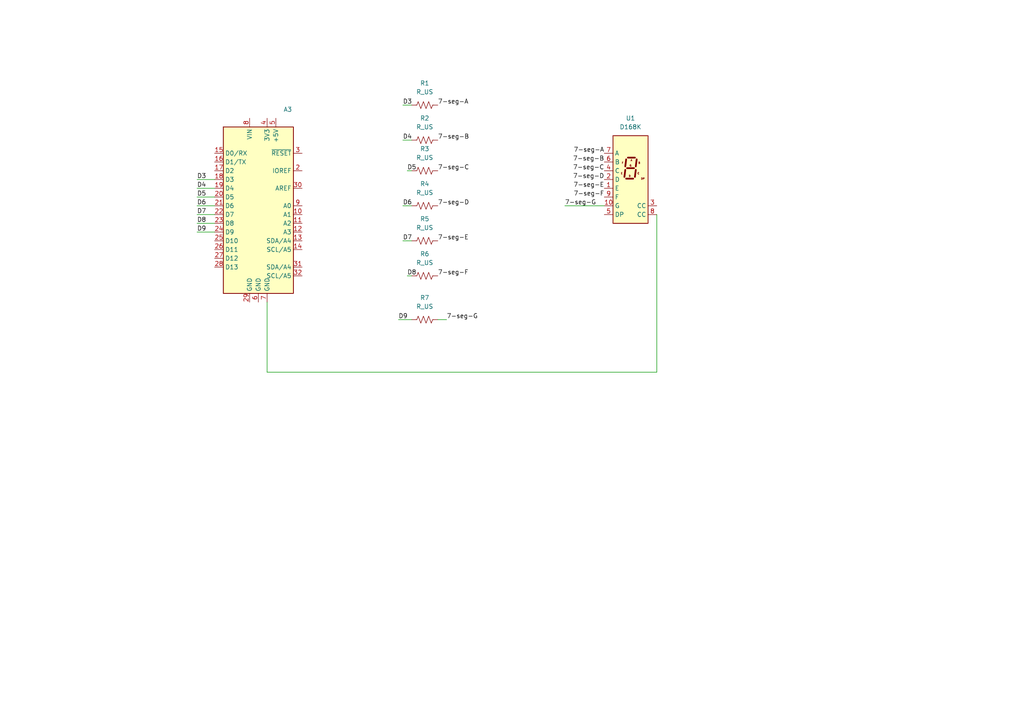
<source format=kicad_sch>
(kicad_sch (version 20231120) (generator "eeschema") (generator_version "8.0")
  (paper "A4")
  (lib_symbols
    (symbol "Device:R_US" (pin_numbers hide) (pin_names (offset 0))
      (property "Reference" "R" (at 2.54 0 90))
      (property "Value" "R_US" (at -2.54 0 90))
      (symbol "R_US_0_1"
        (polyline (pts (xy 0 -2.286) (xy 0 -2.54)))
        (polyline (pts (xy 0 2.286) (xy 0 2.54)))
        (polyline (pts (xy 0 -0.762) (xy 1.016 -1.143) (xy 0 -1.524) (xy -1.016 -1.905) (xy 0 -2.286)))
        (polyline (pts (xy 0 0.762) (xy 1.016 0.381) (xy 0 0) (xy -1.016 -0.381) (xy 0 -0.762)))
        (polyline (pts (xy 0 2.286) (xy 1.016 1.905) (xy 0 1.524) (xy -1.016 1.143) (xy 0 0.762)))
      )
      (symbol "R_US_1_1"
        (pin passive line (at 0 3.81 270) (length 1.27) (name "~") (number "1"))
        (pin passive line (at 0 -3.81 90) (length 1.27) (name "~") (number "2"))
      )
    )
    (symbol "Display_Character:D168K"
      (property "Reference" "U" (at -2.54 13.97 0))
      (property "Value" "D168K" (at 1.27 13.97 0))
      (symbol "D168K_0_0"
        (text "A" (at 0.254 5.588 0) (effects (font (size 0.508 0.508))))
        (text "B" (at 2.54 4.826 0) (effects (font (size 0.508 0.508))))
        (text "C" (at 2.286 1.778 0) (effects (font (size 0.508 0.508))))
        (text "D" (at -0.254 1.016 0) (effects (font (size 0.508 0.508))))
        (text "DP" (at 3.556 0.254 0) (effects (font (size 0.508 0.508))))
        (text "E" (at -2.54 1.778 0) (effects (font (size 0.508 0.508))))
        (text "F" (at -2.286 4.826 0) (effects (font (size 0.508 0.508))))
        (text "G" (at 0 4.064 0) (effects (font (size 0.508 0.508))))
      )
      (symbol "D168K_0_1"
        (rectangle (start -5.08 12.7) (end 5.08 -12.7) (stroke (width 0.254)) (fill (type background)))
        (polyline (pts (xy -1.524 2.794) (xy -1.778 0.762)) (stroke (width 0.508)))
        (polyline (pts (xy -1.27 0.254) (xy 0.762 0.254)) (stroke (width 0.508)))
        (polyline (pts (xy -1.27 5.842) (xy -1.524 3.81)) (stroke (width 0.508)))
        (polyline (pts (xy -1.016 3.302) (xy 1.016 3.302)) (stroke (width 0.508)))
        (polyline (pts (xy -0.762 6.35) (xy 1.27 6.35)) (stroke (width 0.508)))
        (polyline (pts (xy 1.524 2.794) (xy 1.27 0.762)) (stroke (width 0.508)))
        (polyline (pts (xy 1.778 5.842) (xy 1.524 3.81)) (stroke (width 0.508)))
        (polyline (pts (xy 2.54 0.254) (xy 2.54 0.254)) (stroke (width 0.508)))
      )
      (symbol "D168K_1_1"
        (pin input line (at -7.62 -2.54 0) (length 2.54) (name "E") (number "1"))
        (pin input line (at -7.62 -7.62 0) (length 2.54) (name "G") (number "10"))
        (pin input line (at -7.62 0 0) (length 2.54) (name "D") (number "2"))
        (pin input line (at 7.62 -7.62 180) (length 2.54) (name "CC") (number "3"))
        (pin input line (at -7.62 2.54 0) (length 2.54) (name "C") (number "4"))
        (pin input line (at -7.62 -10.16 0) (length 2.54) (name "DP") (number "5"))
        (pin input line (at -7.62 5.08 0) (length 2.54) (name "B") (number "6"))
        (pin input line (at -7.62 7.62 0) (length 2.54) (name "A") (number "7"))
        (pin input line (at 7.62 -10.16 180) (length 2.54) (name "CC") (number "8"))
        (pin input line (at -7.62 -5.08 0) (length 2.54) (name "F") (number "9"))
      )
    )
    (symbol "MCU_Module:Arduino_UNO_R3"
      (property "Reference" "A" (at -10.16 23.495 0))
      (property "Value" "Arduino_UNO_R3" (at 5.08 -26.67 0))
      (symbol "Arduino_UNO_R3_0_1"
        (rectangle (start -10.16 22.86) (end 10.16 -25.4) (stroke (width 0.254)) (fill (type background)))
      )
      (symbol "Arduino_UNO_R3_1_1"
        (pin no_connect line (at -10.16 -20.32 0) (length 2.54) hide (name "NC") (number "1"))
        (pin bidirectional line (at 12.7 -2.54 180) (length 2.54) (name "A1") (number "10"))
        (pin bidirectional line (at 12.7 -5.08 180) (length 2.54) (name "A2") (number "11"))
        (pin bidirectional line (at 12.7 -7.62 180) (length 2.54) (name "A3") (number "12"))
        (pin bidirectional line (at 12.7 -10.16 180) (length 2.54) (name "SDA/A4") (number "13"))
        (pin bidirectional line (at 12.7 -12.7 180) (length 2.54) (name "SCL/A5") (number "14"))
        (pin bidirectional line (at -12.7 15.24 0) (length 2.54) (name "D0/RX") (number "15"))
        (pin bidirectional line (at -12.7 12.7 0) (length 2.54) (name "D1/TX") (number "16"))
        (pin bidirectional line (at -12.7 10.16 0) (length 2.54) (name "D2") (number "17"))
        (pin bidirectional line (at -12.7 7.62 0) (length 2.54) (name "D3") (number "18"))
        (pin bidirectional line (at -12.7 5.08 0) (length 2.54) (name "D4") (number "19"))
        (pin output line (at 12.7 10.16 180) (length 2.54) (name "IOREF") (number "2"))
        (pin bidirectional line (at -12.7 2.54 0) (length 2.54) (name "D5") (number "20"))
        (pin bidirectional line (at -12.7 0 0) (length 2.54) (name "D6") (number "21"))
        (pin bidirectional line (at -12.7 -2.54 0) (length 2.54) (name "D7") (number "22"))
        (pin bidirectional line (at -12.7 -5.08 0) (length 2.54) (name "D8") (number "23"))
        (pin bidirectional line (at -12.7 -7.62 0) (length 2.54) (name "D9") (number "24"))
        (pin bidirectional line (at -12.7 -10.16 0) (length 2.54) (name "D10") (number "25"))
        (pin bidirectional line (at -12.7 -12.7 0) (length 2.54) (name "D11") (number "26"))
        (pin bidirectional line (at -12.7 -15.24 0) (length 2.54) (name "D12") (number "27"))
        (pin bidirectional line (at -12.7 -17.78 0) (length 2.54) (name "D13") (number "28"))
        (pin power_in line (at -2.54 -27.94 90) (length 2.54) (name "GND") (number "29"))
        (pin input line (at 12.7 15.24 180) (length 2.54) (name "~{RESET}") (number "3"))
        (pin input line (at 12.7 5.08 180) (length 2.54) (name "AREF") (number "30"))
        (pin bidirectional line (at 12.7 -17.78 180) (length 2.54) (name "SDA/A4") (number "31"))
        (pin bidirectional line (at 12.7 -20.32 180) (length 2.54) (name "SCL/A5") (number "32"))
        (pin power_out line (at 2.54 25.4 270) (length 2.54) (name "3V3") (number "4"))
        (pin power_out line (at 5.08 25.4 270) (length 2.54) (name "+5V") (number "5"))
        (pin power_in line (at 0 -27.94 90) (length 2.54) (name "GND") (number "6"))
        (pin power_in line (at 2.54 -27.94 90) (length 2.54) (name "GND") (number "7"))
        (pin power_in line (at -2.54 25.4 270) (length 2.54) (name "VIN") (number "8"))
        (pin bidirectional line (at 12.7 0 180) (length 2.54) (name "A0") (number "9"))
      )
    )
  )
  (wire (pts (xy 190.5 62.23) (xy 190.5 107.95)))
  (wire (pts (xy 57.15 52.07) (xy 62.23 52.07)))
  (wire (pts (xy 57.15 57.15) (xy 62.23 57.15)))
  (wire (pts (xy 163.83 59.69) (xy 175.26 59.69)))
  (wire (pts (xy 57.15 59.69) (xy 62.23 59.69)))
  (wire (pts (xy 190.5 107.95) (xy 77.47 107.95)))
  (wire (pts (xy 127 92.71) (xy 129.54 92.71)))
  (wire (pts (xy 116.84 30.48) (xy 119.38 30.48)))
  (wire (pts (xy 115.57 92.71) (xy 119.38 92.71)))
  (wire (pts (xy 57.15 62.23) (xy 62.23 62.23)))
  (wire (pts (xy 77.47 107.95) (xy 77.47 87.63)))
  (wire (pts (xy 116.84 69.85) (xy 119.38 69.85)))
  (wire (pts (xy 57.15 64.77) (xy 62.23 64.77)))
  (wire (pts (xy 118.11 80.01) (xy 119.38 80.01)))
  (wire (pts (xy 116.84 59.69) (xy 119.38 59.69)))
  (wire (pts (xy 118.11 49.53) (xy 119.38 49.53)))
  (wire (pts (xy 116.84 40.64) (xy 119.38 40.64)))
  (wire (pts (xy 57.15 67.31) (xy 62.23 67.31)))
  (wire (pts (xy 57.15 54.61) (xy 62.23 54.61)))
  (label "D3" (at 116.84 30.48 0))
  (label "7-seg-E" (at 127 69.85 0))
  (label "D4" (at 116.84 40.64 0))
  (label "7-seg-A" (at 175.26 44.45 180))
  (label "7-seg-D" (at 175.26 52.07 180))
  (label "D7" (at 57.15 62.23 0))
  (label "D9" (at 115.57 92.71 0))
  (label "7-seg-B" (at 127 40.64 0))
  (label "D8" (at 118.11 80.01 0))
  (label "D6" (at 116.84 59.69 0))
  (label "7-seg-C" (at 127 49.53 0))
  (label "7-seg-C" (at 175.26 49.53 180))
  (label "7-seg-G" (at 163.83 59.69 0))
  (label "7-seg-F" (at 127 80.01 0))
  (label "D8" (at 57.15 64.77 0))
  (label "D3" (at 57.15 52.07 0))
  (label "7-seg-A" (at 127 30.48 0))
  (label "7-seg-E" (at 175.26 54.61 180))
  (label "7-seg-F" (at 175.26 57.15 180))
  (label "7-seg-B" (at 175.26 46.99 180))
  (label "7-seg-G" (at 129.54 92.71 0))
  (label "D7" (at 116.84 69.85 0))
  (label "D9" (at 57.15 67.31 0))
  (label "D5" (at 118.11 49.53 0))
  (label "D6" (at 57.15 59.69 0))
  (label "D5" (at 57.15 57.15 0))
  (label "7-seg-D" (at 127 59.69 0))
  (label "D4" (at 57.15 54.61 0))
  (symbol (lib_id "Device:R_US") (at 123.19 49.53 90) (unit 1)
    (property "Reference" "R3" (at 123.19 43.18 90))
    (property "Value" "R_US" (at 123.19 45.72 90))
    (property "Footprint" "Resistor_THT:R_Axial_DIN0207_L6.3mm_D2.5mm_P10.16mm_Horizontal" (effects (hide yes)))
    (property "Description" "Resistor, US symbol" (effects (hide yes)))
  )
  (symbol (lib_id "Device:R_US") (at 123.19 69.85 90) (unit 1)
    (property "Reference" "R5" (at 123.19 63.5 90))
    (property "Value" "R_US" (at 123.19 66.04 90))
    (property "Footprint" "Resistor_THT:R_Axial_DIN0207_L6.3mm_D2.5mm_P10.16mm_Horizontal" (effects (hide yes)))
    (property "Description" "Resistor, US symbol" (effects (hide yes)))
  )
  (symbol (lib_id "Device:R_US") (at 123.19 80.01 90) (unit 1)
    (property "Reference" "R6" (at 123.19 73.66 90))
    (property "Value" "R_US" (at 123.19 76.2 90))
    (property "Footprint" "Resistor_THT:R_Axial_DIN0207_L6.3mm_D2.5mm_P10.16mm_Horizontal" (effects (hide yes)))
    (property "Description" "Resistor, US symbol" (effects (hide yes)))
  )
  (symbol (lib_id "Display_Character:D168K") (at 182.88 52.07 0) (unit 1)
    (property "Reference" "U1" (at 182.88 34.29 0))
    (property "Value" "D168K" (at 182.88 36.83 0))
    (property "Footprint" "Display_7Segment:D1X8K" (effects (hide yes)))
    (property "Datasheet" "https://ia800903.us.archive.org/24/items/CTKD1x8K/Cromatek%20D168K.pdf" (effects (hide yes)))
    (property "Description" "One digit 7 segment ultra bright red LED, low current, common cathode" (effects (hide yes)))
  )
  (symbol (lib_id "MCU_Module:Arduino_UNO_R3") (at 74.93 59.69 0) (unit 1)
    (property "Reference" "A3" (at 82.2041 31.75 0) (effects (justify left)))
    (property "Value" "Arduino_UNO_R3" (effects (hide yes)))
    (property "Footprint" "Module:Arduino_UNO_R3" (effects (hide yes)))
    (property "Datasheet" "https://www.arduino.cc/en/Main/arduinoBoardUno" (effects (hide yes)))
    (property "Description" "Arduino UNO Microcontroller Module, release 3" (effects (hide yes)))
  )
  (symbol (lib_id "Device:R_US") (at 123.19 40.64 90) (unit 1)
    (property "Reference" "R2" (at 123.19 34.29 90))
    (property "Value" "R_US" (at 123.19 36.83 90))
    (property "Footprint" "Resistor_THT:R_Axial_DIN0207_L6.3mm_D2.5mm_P10.16mm_Horizontal" (effects (hide yes)))
    (property "Description" "Resistor, US symbol" (effects (hide yes)))
  )
  (symbol (lib_id "Device:R_US") (at 123.19 92.71 90) (unit 1)
    (property "Reference" "R7" (at 123.19 86.36 90))
    (property "Value" "R_US" (at 123.19 88.9 90))
    (property "Footprint" "Resistor_THT:R_Axial_DIN0207_L6.3mm_D2.5mm_P10.16mm_Horizontal" (effects (hide yes)))
    (property "Description" "Resistor, US symbol" (effects (hide yes)))
  )
  (symbol (lib_id "Device:R_US") (at 123.19 30.48 90) (unit 1)
    (property "Reference" "R1" (at 123.19 24.13 90))
    (property "Value" "R_US" (at 123.19 26.67 90))
    (property "Footprint" "Resistor_THT:R_Axial_DIN0207_L6.3mm_D2.5mm_P10.16mm_Horizontal" (effects (hide yes)))
    (property "Description" "Resistor, US symbol" (effects (hide yes)))
  )
  (symbol (lib_id "Device:R_US") (at 123.19 59.69 90) (unit 1)
    (property "Reference" "R4" (at 123.19 53.34 90))
    (property "Value" "R_US" (at 123.19 55.88 90))
    (property "Footprint" "Resistor_THT:R_Axial_DIN0207_L6.3mm_D2.5mm_P10.16mm_Horizontal" (effects (hide yes)))
    (property "Description" "Resistor, US symbol" (effects (hide yes)))
  )
)
</source>
